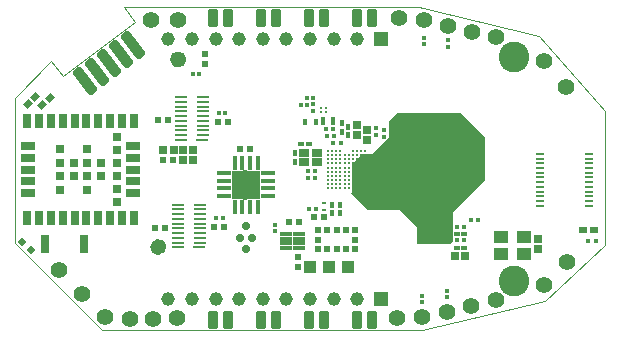
<source format=gts>
G04*
G04 #@! TF.GenerationSoftware,Altium Limited,Altium Designer,23.3.1 (30)*
G04*
G04 Layer_Color=8388736*
%FSLAX25Y25*%
%MOIN*%
G70*
G04*
G04 #@! TF.SameCoordinates,B70FCE46-08B3-410F-AF2C-83C1FDED7243*
G04*
G04*
G04 #@! TF.FilePolarity,Negative*
G04*
G01*
G75*
%ADD18C,0.00000*%
%ADD22R,0.01772X0.02657*%
%ADD24R,0.01788X0.01428*%
%ADD26R,0.01822X0.02182*%
%ADD27R,0.01181X0.00984*%
%ADD31R,0.01575X0.02362*%
%ADD32C,0.00770*%
%ADD33R,0.01483X0.01194*%
%ADD39R,0.01378X0.01575*%
%ADD47R,0.02254X0.02423*%
%ADD48R,0.02423X0.02254*%
%ADD49R,0.02756X0.04528*%
%ADD50R,0.04528X0.02756*%
%ADD51R,0.02756X0.02756*%
G04:AMPARAMS|DCode=55|XSize=24.23mil|YSize=22.54mil|CornerRadius=0mil|HoleSize=0mil|Usage=FLASHONLY|Rotation=45.000|XOffset=0mil|YOffset=0mil|HoleType=Round|Shape=Rectangle|*
%AMROTATEDRECTD55*
4,1,4,-0.00060,-0.01653,-0.01653,-0.00060,0.00060,0.01653,0.01653,0.00060,-0.00060,-0.01653,0.0*
%
%ADD55ROTATEDRECTD55*%

%ADD56R,0.01877X0.01588*%
%ADD57R,0.02598X0.02775*%
%ADD58R,0.01428X0.01788*%
%ADD59R,0.01499X0.02106*%
%ADD60R,0.02106X0.01499*%
%ADD62C,0.02756*%
%ADD63R,0.02559X0.02559*%
%ADD64C,0.00748*%
%ADD65R,0.01772X0.01378*%
%ADD66C,0.00728*%
G04:AMPARAMS|DCode=67|XSize=35.43mil|YSize=102.36mil|CornerRadius=9.84mil|HoleSize=0mil|Usage=FLASHONLY|Rotation=217.000|XOffset=0mil|YOffset=0mil|HoleType=Round|Shape=RoundedRectangle|*
%AMROUNDEDRECTD67*
21,1,0.03543,0.08268,0,0,217.0*
21,1,0.01575,0.10236,0,0,217.0*
1,1,0.01968,-0.03117,0.02828*
1,1,0.01968,-0.01859,0.03775*
1,1,0.01968,0.03117,-0.02828*
1,1,0.01968,0.01859,-0.03775*
%
%ADD67ROUNDEDRECTD67*%
%ADD68R,0.01378X0.01772*%
%ADD69R,0.02559X0.02559*%
%ADD70R,0.04724X0.04331*%
%ADD71C,0.01772*%
%ADD72R,0.03150X0.02362*%
%ADD73C,0.05512*%
%ADD74R,0.03347X0.02953*%
%ADD75R,0.02362X0.02362*%
%ADD76R,0.03937X0.01181*%
G04:AMPARAMS|DCode=77|XSize=35.43mil|YSize=62.99mil|CornerRadius=9.84mil|HoleSize=0mil|Usage=FLASHONLY|Rotation=180.000|XOffset=0mil|YOffset=0mil|HoleType=Round|Shape=RoundedRectangle|*
%AMROUNDEDRECTD77*
21,1,0.03543,0.04331,0,0,180.0*
21,1,0.01575,0.06299,0,0,180.0*
1,1,0.01968,-0.00787,0.02165*
1,1,0.01968,0.00787,0.02165*
1,1,0.01968,0.00787,-0.02165*
1,1,0.01968,-0.00787,-0.02165*
%
%ADD77ROUNDEDRECTD77*%
G04:AMPARAMS|DCode=78|XSize=22.05mil|YSize=19.68mil|CornerRadius=0mil|HoleSize=0mil|Usage=FLASHONLY|Rotation=45.000|XOffset=0mil|YOffset=0mil|HoleType=Round|Shape=Rectangle|*
%AMROTATEDRECTD78*
4,1,4,-0.00084,-0.01476,-0.01476,-0.00084,0.00084,0.01476,0.01476,0.00084,-0.00084,-0.01476,0.0*
%
%ADD78ROTATEDRECTD78*%

%ADD79R,0.02559X0.06299*%
%ADD80R,0.03937X0.04331*%
%ADD81R,0.04528X0.01772*%
%ADD82R,0.01772X0.04528*%
%ADD83R,0.09291X0.09291*%
%ADD84R,0.04331X0.00787*%
%ADD85R,0.03937X0.00787*%
%ADD86R,0.02953X0.01102*%
%ADD87O,0.04429X0.00886*%
%ADD88O,0.04378X0.00984*%
%ADD89O,0.04476X0.00787*%
%ADD90O,0.04323X0.01083*%
%ADD91O,0.04260X0.01181*%
%ADD92O,0.02992X0.01968*%
%ADD93O,0.04185X0.01280*%
%ADD94O,0.04095X0.01378*%
%ADD95O,0.03988X0.01476*%
%ADD96O,0.03862X0.01575*%
%ADD97O,0.03713X0.01673*%
%ADD98O,0.03532X0.01772*%
%ADD99O,0.03406X0.01831*%
%ADD100O,0.03307X0.01870*%
%ADD101O,0.03150X0.01929*%
%ADD102O,0.02480X0.02047*%
%ADD103O,0.02795X0.02008*%
%ADD104C,0.02067*%
%ADD105C,0.04528*%
%ADD106R,0.04528X0.04528*%
%ADD107C,0.10236*%
%ADD108C,0.02769*%
G36*
X70276Y10433D02*
Y-3740D01*
X59509Y-14507D01*
Y-24011D01*
X58520Y-25000D01*
X47441D01*
Y-19390D01*
X41732Y-13681D01*
X31094D01*
X25591Y-8177D01*
X25676Y-8091D01*
Y1391D01*
X25680Y1375D01*
X29156Y4851D01*
X32605D01*
X38189Y10435D01*
Y15846D01*
X40945Y18602D01*
X62106D01*
X70276Y10433D01*
D02*
G37*
D18*
X48031Y53740D02*
X88061Y44094D01*
X-50299Y53740D02*
X48031Y53740D01*
X-50299Y53740D02*
X-46694Y48956D01*
X-70653Y30902D02*
X-46694Y48956D01*
X-74384Y35852D02*
X-70653Y30902D01*
X-86614Y23622D02*
X-74384Y35852D01*
X-86614Y-24606D02*
Y23622D01*
Y-24606D02*
X-57480Y-53740D01*
X49061D01*
X90256Y-44094D01*
X110236Y-25591D01*
X110236Y19184D02*
X110236Y-25591D01*
X88061Y44094D02*
X110236Y19184D01*
D22*
X19625Y15800D02*
D03*
X15983D02*
D03*
D24*
X65456Y-17163D02*
D03*
X67853D02*
D03*
X21987Y8623D02*
D03*
X19591D02*
D03*
X19422Y13156D02*
D03*
X17026D02*
D03*
X19867Y10946D02*
D03*
X17471D02*
D03*
X13403Y-3051D02*
D03*
X11007D02*
D03*
X13501Y-787D02*
D03*
X11105D02*
D03*
X63147Y-23848D02*
D03*
X60751D02*
D03*
X63147Y-19371D02*
D03*
X60751D02*
D03*
D26*
X19291Y-11991D02*
D03*
Y-14781D02*
D03*
X21850D02*
D03*
Y-11991D02*
D03*
X24606Y13993D02*
D03*
Y11203D02*
D03*
X22356Y12324D02*
D03*
Y15114D02*
D03*
D27*
X16603Y-13812D02*
D03*
Y-11450D02*
D03*
D31*
X13784Y15593D02*
D03*
X10240D02*
D03*
D32*
X15447Y20393D02*
D03*
X17022D02*
D03*
X15447Y18818D02*
D03*
X17022D02*
D03*
D33*
X10834Y21358D02*
D03*
X8760D02*
D03*
D39*
X107167Y-23935D02*
D03*
X104608D02*
D03*
D47*
X7776Y-32888D02*
D03*
Y-29513D02*
D03*
X-23327Y38400D02*
D03*
Y35025D02*
D03*
D48*
X-11431Y6693D02*
D03*
X-8057D02*
D03*
X-20191Y-19291D02*
D03*
X-16817D02*
D03*
X8085Y-17815D02*
D03*
X4710D02*
D03*
X13182Y-16153D02*
D03*
X16557D02*
D03*
X-37120Y2756D02*
D03*
X-33746D02*
D03*
X-39975Y-19882D02*
D03*
X-36600D02*
D03*
X-38990Y16142D02*
D03*
X-35616D02*
D03*
X-18912Y15551D02*
D03*
X-15537D02*
D03*
D49*
X-46962Y15977D02*
D03*
X-50899D02*
D03*
X-54836D02*
D03*
X-58773D02*
D03*
X-62710D02*
D03*
X-66647D02*
D03*
X-70584D02*
D03*
X-74521D02*
D03*
X-78458D02*
D03*
X-82395D02*
D03*
Y-16503D02*
D03*
X-78458D02*
D03*
X-74521D02*
D03*
X-70584D02*
D03*
X-66647D02*
D03*
X-62710D02*
D03*
X-58773D02*
D03*
X-54836D02*
D03*
X-50899D02*
D03*
X-46962D02*
D03*
D50*
X-82100Y7611D02*
D03*
Y3674D02*
D03*
Y-263D02*
D03*
Y-4200D02*
D03*
Y-8137D02*
D03*
X-47258D02*
D03*
Y-4200D02*
D03*
Y-263D02*
D03*
Y3674D02*
D03*
Y7611D02*
D03*
D51*
X-52671Y10564D02*
D03*
Y6233D02*
D03*
Y1902D02*
D03*
Y-2428D02*
D03*
Y-6759D02*
D03*
Y-11090D02*
D03*
X-57907Y2001D02*
D03*
Y-2527D02*
D03*
X-62435Y6528D02*
D03*
Y2001D02*
D03*
Y-2527D02*
D03*
Y-7054D02*
D03*
X-66962Y2001D02*
D03*
Y-2527D02*
D03*
X-71490Y6528D02*
D03*
Y2001D02*
D03*
Y-2527D02*
D03*
Y-7054D02*
D03*
D55*
X-77374Y21346D02*
D03*
X-74988Y23732D02*
D03*
X-82099Y21445D02*
D03*
X-79712Y23831D02*
D03*
D56*
X63285Y-26341D02*
D03*
X60818D02*
D03*
X63241Y-21624D02*
D03*
X60773D02*
D03*
D57*
X27526Y11221D02*
D03*
Y14587D02*
D03*
X30895Y9579D02*
D03*
Y12945D02*
D03*
D58*
X33957Y11203D02*
D03*
Y13600D02*
D03*
X36319Y13009D02*
D03*
Y10613D02*
D03*
D59*
X6890Y2353D02*
D03*
Y5128D02*
D03*
D60*
X11624Y8268D02*
D03*
X8849D02*
D03*
D62*
X-30807Y36417D02*
G03*
X-30807Y36417I-1378J0D01*
G01*
X-37402Y-26083D02*
G03*
X-37402Y-26083I-1378J0D01*
G01*
D63*
X60063Y-29135D02*
D03*
X63606D02*
D03*
X-33661Y6398D02*
D03*
X-37205D02*
D03*
D64*
X49250Y-17970D02*
D03*
Y-19545D02*
D03*
Y-21120D02*
D03*
Y-22695D02*
D03*
X50825Y-17970D02*
D03*
Y-19545D02*
D03*
Y-21120D02*
D03*
Y-22695D02*
D03*
X52399Y-17970D02*
D03*
Y-19545D02*
D03*
Y-21120D02*
D03*
Y-22695D02*
D03*
X53974Y-17970D02*
D03*
Y-19545D02*
D03*
Y-21120D02*
D03*
Y-22695D02*
D03*
X55549Y-17970D02*
D03*
Y-19545D02*
D03*
Y-21120D02*
D03*
Y-22695D02*
D03*
X57124Y-17970D02*
D03*
Y-19545D02*
D03*
Y-21120D02*
D03*
Y-22695D02*
D03*
D65*
X11575Y-13364D02*
D03*
X13741D02*
D03*
X12919Y23643D02*
D03*
X10753D02*
D03*
X-25197Y31693D02*
D03*
X-27362D02*
D03*
X-19390Y-16535D02*
D03*
X-17224D02*
D03*
X-18701Y18406D02*
D03*
X-16535D02*
D03*
D66*
X23327Y1772D02*
D03*
X19193Y-3740D02*
D03*
Y-2362D02*
D03*
X20571D02*
D03*
Y-3740D02*
D03*
X21949Y-2362D02*
D03*
Y-3740D02*
D03*
X23327D02*
D03*
Y-2362D02*
D03*
X24705D02*
D03*
Y-3740D02*
D03*
X26083D02*
D03*
Y-2362D02*
D03*
X27461D02*
D03*
Y-3740D02*
D03*
X28839D02*
D03*
Y-2362D02*
D03*
Y-984D02*
D03*
X27461D02*
D03*
X26083D02*
D03*
X24705D02*
D03*
X23327D02*
D03*
X21949D02*
D03*
X20571D02*
D03*
X19193D02*
D03*
Y394D02*
D03*
X20571D02*
D03*
X21949D02*
D03*
X23327D02*
D03*
X24705D02*
D03*
X26083D02*
D03*
X27461D02*
D03*
X28839D02*
D03*
Y1772D02*
D03*
X26083D02*
D03*
X24705D02*
D03*
X27461D02*
D03*
X21949D02*
D03*
X20571D02*
D03*
X19193D02*
D03*
Y3150D02*
D03*
X20571D02*
D03*
X21949D02*
D03*
X23327D02*
D03*
X24705D02*
D03*
X26083D02*
D03*
X27461D02*
D03*
X28839D02*
D03*
Y4528D02*
D03*
X27461D02*
D03*
X26083D02*
D03*
X24705D02*
D03*
X23327D02*
D03*
X21949D02*
D03*
X20571D02*
D03*
X19193D02*
D03*
X30217Y1772D02*
D03*
Y3150D02*
D03*
Y4528D02*
D03*
Y5906D02*
D03*
X28839D02*
D03*
X27461D02*
D03*
X26083D02*
D03*
X23327Y-6496D02*
D03*
X21949Y5906D02*
D03*
X20571D02*
D03*
X19193D02*
D03*
X30217Y394D02*
D03*
Y-984D02*
D03*
Y-2362D02*
D03*
Y-3740D02*
D03*
Y-5118D02*
D03*
X28839D02*
D03*
X27461D02*
D03*
X26083D02*
D03*
X24705D02*
D03*
X23327D02*
D03*
X21949D02*
D03*
X20571D02*
D03*
X19193D02*
D03*
X17815Y5906D02*
D03*
Y4528D02*
D03*
Y3150D02*
D03*
Y1772D02*
D03*
Y394D02*
D03*
Y-984D02*
D03*
Y-2362D02*
D03*
Y-3740D02*
D03*
Y-5118D02*
D03*
X30217Y-6496D02*
D03*
X28839D02*
D03*
X27461D02*
D03*
X26083D02*
D03*
X24705Y-6496D02*
D03*
X21949Y-6496D02*
D03*
X20571D02*
D03*
X19193D02*
D03*
X17815D02*
D03*
D67*
X-51198Y38316D02*
D03*
X-63177Y29289D02*
D03*
X-59184Y32298D02*
D03*
X-55191Y35307D02*
D03*
X-47205Y41325D02*
D03*
D68*
X12894Y21555D02*
D03*
Y19390D02*
D03*
X57480Y-40748D02*
D03*
Y-42913D02*
D03*
X49114Y-42421D02*
D03*
Y-44587D02*
D03*
X57776Y40650D02*
D03*
Y42815D02*
D03*
X49902Y41437D02*
D03*
Y43602D02*
D03*
X42Y-18602D02*
D03*
Y-20768D02*
D03*
D69*
X87894Y-23327D02*
D03*
Y-26870D02*
D03*
X-30610Y6398D02*
D03*
Y2854D02*
D03*
X-27362Y6398D02*
D03*
Y2854D02*
D03*
D70*
X83071Y-22638D02*
D03*
Y-28543D02*
D03*
X75591Y-22638D02*
D03*
Y-28543D02*
D03*
D71*
X49311Y8366D02*
D03*
X53248D02*
D03*
X57185D02*
D03*
X61122D02*
D03*
X65059D02*
D03*
X49311Y4429D02*
D03*
X53248D02*
D03*
X57185D02*
D03*
X61122D02*
D03*
X65059D02*
D03*
X49311Y492D02*
D03*
X53248D02*
D03*
X57185D02*
D03*
X61122D02*
D03*
X65059D02*
D03*
X49311Y-3445D02*
D03*
X53248D02*
D03*
X57185D02*
D03*
X61122D02*
D03*
X65059D02*
D03*
X49311Y-7382D02*
D03*
X53248D02*
D03*
X57185D02*
D03*
X61122D02*
D03*
D72*
X106398Y-20472D02*
D03*
X102854D02*
D03*
D73*
X97270Y27096D02*
D03*
X97441Y-31004D02*
D03*
X-40393Y-50000D02*
D03*
X-48313D02*
D03*
X-56398Y-49508D02*
D03*
X-64300Y-41655D02*
D03*
X-71932Y-33912D02*
D03*
X65933Y45731D02*
D03*
X89868Y-38666D02*
D03*
X65421Y-45844D02*
D03*
X73672Y-43672D02*
D03*
X73863Y43824D02*
D03*
X57406Y-47739D02*
D03*
X49138Y-49562D02*
D03*
X57836Y47705D02*
D03*
X49906Y49508D02*
D03*
X-41268Y49589D02*
D03*
X-32185Y49705D02*
D03*
X40825Y-49792D02*
D03*
X41575Y50098D02*
D03*
X89787Y35820D02*
D03*
X-32399Y-49734D02*
D03*
D74*
X14075Y5315D02*
D03*
X9941D02*
D03*
Y2362D02*
D03*
X14075D02*
D03*
D75*
X14357Y-20542D02*
D03*
X17507D02*
D03*
X20657D02*
D03*
X23806D02*
D03*
X26956D02*
D03*
Y-23691D02*
D03*
X14357D02*
D03*
Y-26841D02*
D03*
X17507D02*
D03*
X20657D02*
D03*
X23806D02*
D03*
X26956D02*
D03*
D76*
X3839Y-26476D02*
D03*
Y-24902D02*
D03*
Y-23327D02*
D03*
Y-21752D02*
D03*
X8169D02*
D03*
Y-23327D02*
D03*
Y-24902D02*
D03*
Y-26476D02*
D03*
D77*
X32394Y50394D02*
D03*
X27394D02*
D03*
X394D02*
D03*
X-4606Y50394D02*
D03*
X16394Y50394D02*
D03*
X11394D02*
D03*
X-20606Y50394D02*
D03*
X-15606Y50394D02*
D03*
Y-50295D02*
D03*
X-20606Y-50295D02*
D03*
X11394Y-50295D02*
D03*
X16394D02*
D03*
X-4606Y-50295D02*
D03*
X394Y-50295D02*
D03*
X27394D02*
D03*
X32394D02*
D03*
D78*
X-84045Y-24433D02*
D03*
X-81261Y-27216D02*
D03*
D79*
X-63628Y-25039D02*
D03*
X-76424D02*
D03*
D80*
X24311Y-32874D02*
D03*
X18012D02*
D03*
X11713D02*
D03*
D81*
X-16732Y-1476D02*
D03*
Y-4035D02*
D03*
Y-6594D02*
D03*
Y-9154D02*
D03*
X-2165D02*
D03*
Y-6594D02*
D03*
Y-4035D02*
D03*
Y-1476D02*
D03*
D82*
X-13287Y-12598D02*
D03*
X-10728D02*
D03*
X-8169D02*
D03*
X-5610D02*
D03*
Y1969D02*
D03*
X-8169D02*
D03*
X-10728D02*
D03*
X-13287D02*
D03*
D83*
X-9449Y-5315D02*
D03*
D84*
X-25197Y-26181D02*
D03*
X-24213Y9646D02*
D03*
D85*
X-25000Y-24606D02*
D03*
Y-23031D02*
D03*
Y-21457D02*
D03*
Y-19882D02*
D03*
Y-18307D02*
D03*
Y-16732D02*
D03*
Y-15157D02*
D03*
Y-13583D02*
D03*
Y-12008D02*
D03*
X-32087D02*
D03*
Y-13583D02*
D03*
Y-15157D02*
D03*
Y-16732D02*
D03*
Y-18307D02*
D03*
Y-19882D02*
D03*
Y-21457D02*
D03*
Y-23031D02*
D03*
Y-24606D02*
D03*
Y-26181D02*
D03*
X-31102Y9646D02*
D03*
Y11220D02*
D03*
Y12795D02*
D03*
Y14370D02*
D03*
Y15945D02*
D03*
Y17520D02*
D03*
Y19094D02*
D03*
Y20669D02*
D03*
Y22244D02*
D03*
Y23819D02*
D03*
X-24016D02*
D03*
Y22244D02*
D03*
Y20669D02*
D03*
Y19094D02*
D03*
Y17520D02*
D03*
Y15945D02*
D03*
Y14370D02*
D03*
Y12795D02*
D03*
Y11220D02*
D03*
D86*
X88311Y4961D02*
D03*
Y3387D02*
D03*
Y1812D02*
D03*
Y237D02*
D03*
Y-1338D02*
D03*
Y-2913D02*
D03*
Y-4487D02*
D03*
Y-6062D02*
D03*
Y-7637D02*
D03*
Y-9212D02*
D03*
Y-10787D02*
D03*
X104689Y4961D02*
D03*
Y3387D02*
D03*
Y1812D02*
D03*
Y237D02*
D03*
Y-1338D02*
D03*
Y-2913D02*
D03*
Y-4487D02*
D03*
Y-6062D02*
D03*
Y-7637D02*
D03*
Y-9212D02*
D03*
Y-10787D02*
D03*
X88311Y-12361D02*
D03*
X104689D02*
D03*
D87*
X-32185Y35679D02*
D03*
Y37156D02*
D03*
X-38780Y-25344D02*
D03*
Y-26821D02*
D03*
D88*
X-32185Y35630D02*
D03*
Y37205D02*
D03*
X-38780Y-25295D02*
D03*
Y-26870D02*
D03*
D89*
X-32185Y35728D02*
D03*
Y37106D02*
D03*
X-38780Y-25394D02*
D03*
Y-26772D02*
D03*
D90*
X-32185Y35581D02*
D03*
Y37254D02*
D03*
X-38780Y-25246D02*
D03*
Y-26919D02*
D03*
D91*
X-32185Y35531D02*
D03*
Y37303D02*
D03*
X-38780Y-25197D02*
D03*
Y-26969D02*
D03*
D92*
X-32185Y35138D02*
D03*
Y37697D02*
D03*
X-38780Y-24803D02*
D03*
Y-27362D02*
D03*
D93*
X-32185Y35482D02*
D03*
Y37352D02*
D03*
X-38780Y-25148D02*
D03*
Y-27018D02*
D03*
D94*
X-32185Y35433D02*
D03*
Y37402D02*
D03*
X-38780Y-25098D02*
D03*
Y-27067D02*
D03*
D95*
X-32185Y35384D02*
D03*
Y37451D02*
D03*
X-38780Y-25049D02*
D03*
Y-27116D02*
D03*
D96*
X-32185Y35335D02*
D03*
Y37500D02*
D03*
X-38780Y-25000D02*
D03*
Y-27165D02*
D03*
D97*
X-32185Y35285D02*
D03*
Y37549D02*
D03*
X-38780Y-24951D02*
D03*
Y-27215D02*
D03*
D98*
X-32185Y35236D02*
D03*
Y37598D02*
D03*
X-38780Y-24902D02*
D03*
Y-27264D02*
D03*
D99*
X-32185Y35207D02*
D03*
Y37628D02*
D03*
X-38780Y-24872D02*
D03*
Y-27293D02*
D03*
D100*
X-32185Y35187D02*
D03*
Y37648D02*
D03*
X-38780Y-24852D02*
D03*
Y-27313D02*
D03*
D101*
X-32185Y35157D02*
D03*
Y37677D02*
D03*
X-38780Y-24823D02*
D03*
Y-27343D02*
D03*
D102*
X-32185Y35098D02*
D03*
Y37736D02*
D03*
X-38780Y-24764D02*
D03*
Y-27402D02*
D03*
D103*
X-32185Y35118D02*
D03*
Y37716D02*
D03*
X-38780Y-24783D02*
D03*
Y-27382D02*
D03*
D104*
X-32185Y35089D02*
D03*
Y37746D02*
D03*
X-38780Y-24754D02*
D03*
Y-27411D02*
D03*
D105*
X-35433Y-43307D02*
D03*
X27559D02*
D03*
X-19685D02*
D03*
X-27559D02*
D03*
X19685D02*
D03*
X11811D02*
D03*
X-11811D02*
D03*
X-3937D02*
D03*
X3937D02*
D03*
Y43307D02*
D03*
X-3937D02*
D03*
X-11811D02*
D03*
X11811D02*
D03*
X19685D02*
D03*
X-27559D02*
D03*
X-19685D02*
D03*
X27559D02*
D03*
X-35433D02*
D03*
D106*
X35433Y-43307D02*
D03*
Y43307D02*
D03*
D107*
X79921Y37402D02*
D03*
Y-37402D02*
D03*
D108*
X-7776Y-5413D02*
D03*
X-11713D02*
D03*
X-9744Y-1673D02*
D03*
Y-9154D02*
D03*
X-9647Y-26689D02*
D03*
Y-19209D02*
D03*
X-11616Y-22949D02*
D03*
X-7679D02*
D03*
M02*

</source>
